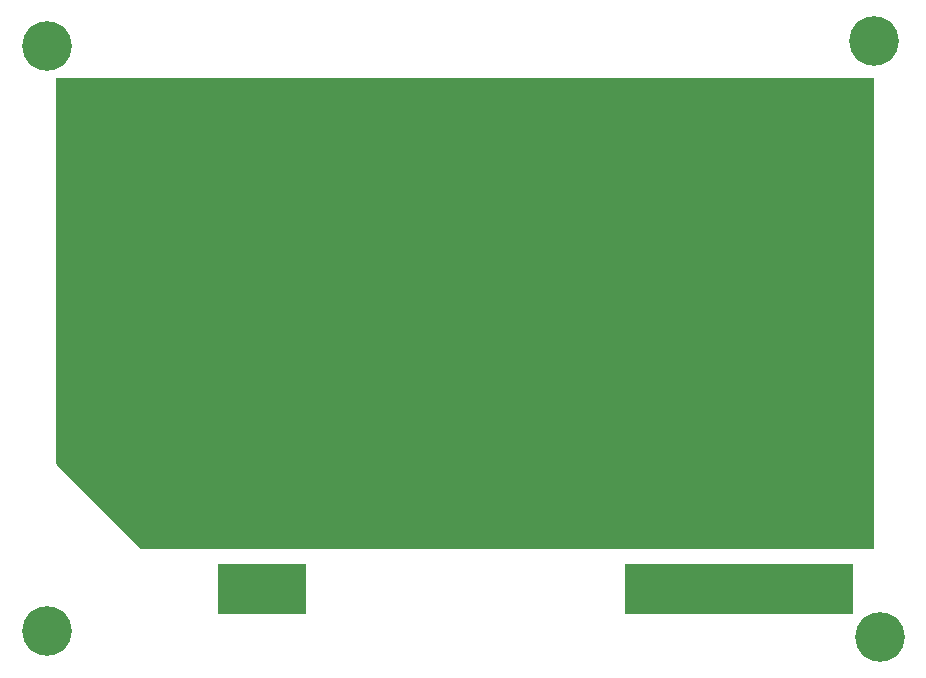
<source format=gts>
G04 Layer_Color=8388736*
%FSLAX42Y42*%
%MOMM*%
G71*
G01*
G75*
%ADD18C,1.73*%
%ADD19R,7.46X4.20*%
%ADD20R,19.36X4.20*%
%ADD21C,4.20*%
%ADD22C,1.47*%
G36*
X7494Y5185D02*
X7496Y5185D01*
X7497Y5184D01*
X7498Y5184D01*
X7499Y5183D01*
X7500Y5182D01*
X7501Y5181D01*
X7502Y5180D01*
X7503Y5179D01*
X7503Y5178D01*
X7503Y5176D01*
X7503Y5175D01*
Y1207D01*
X7503Y1206D01*
X7503Y1204D01*
X7503Y1203D01*
X7502Y1202D01*
X7501Y1201D01*
X7500Y1200D01*
X7499Y1199D01*
X7498Y1198D01*
X7497Y1197D01*
X7496Y1197D01*
X7494Y1197D01*
X7493Y1197D01*
X1307D01*
X1307Y1197D01*
X1306Y1196D01*
X1305Y1196D01*
X1303Y1195D01*
X1302Y1195D01*
X1301Y1195D01*
X1299Y1196D01*
X1298Y1196D01*
X1297Y1197D01*
X1296Y1197D01*
X1295Y1198D01*
X584Y1909D01*
X583Y1910D01*
X582Y1911D01*
X581Y1913D01*
X581Y1914D01*
X581Y1915D01*
X581Y1917D01*
Y1917D01*
X581Y5175D01*
Y5175D01*
D01*
X581Y5176D01*
X581Y5178D01*
X581Y5179D01*
X582Y5180D01*
X583Y5181D01*
X584Y5182D01*
X585Y5183D01*
X586Y5184D01*
X587Y5184D01*
X588Y5185D01*
X589Y5185D01*
X591Y5185D01*
D01*
X591D01*
X7493D01*
X7494Y5185D01*
D02*
G37*
D18*
X4000Y3250D02*
D03*
D19*
X2319Y854D02*
D03*
D20*
X6361D02*
D03*
D21*
X500Y500D02*
D03*
X7550Y450D02*
D03*
X7500Y5500D02*
D03*
X500Y5450D02*
D03*
D22*
X1400Y3300D02*
D03*
M02*

</source>
